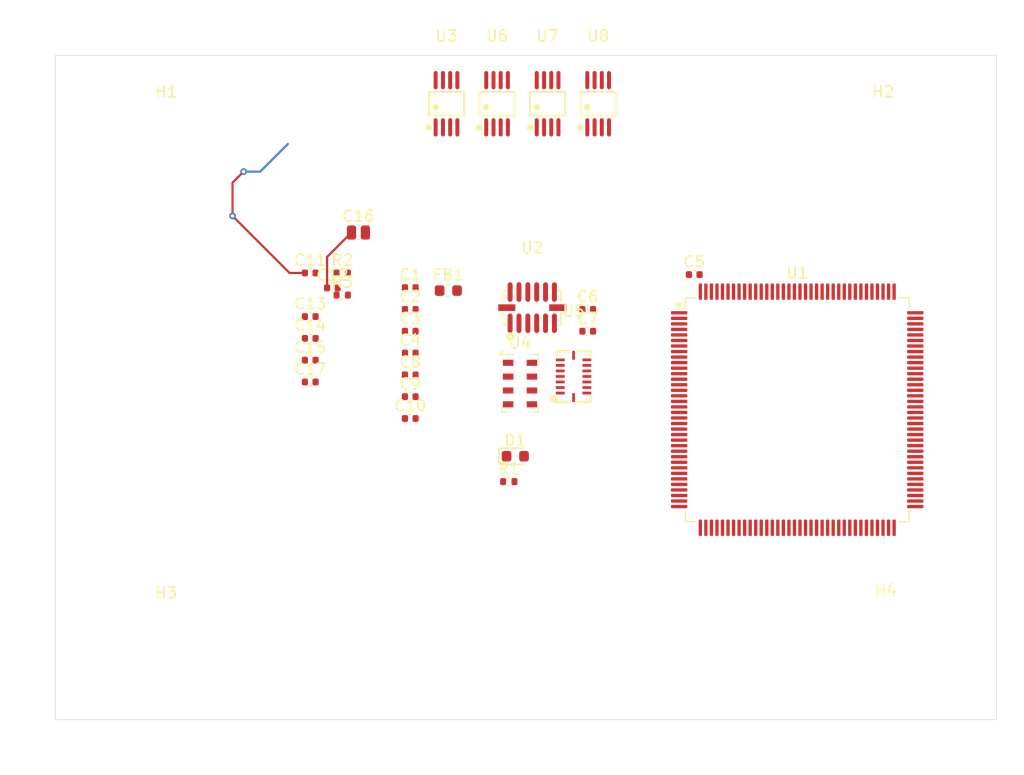
<source format=kicad_pcb>
(kicad_pcb (version 20240108) (generator "pcbnew") (generator_version "8.0")
  (layers (0 "F.Cu" signal) (31 "B.Cu" signal) (34 "B.Paste" user) (35 "F.Paste" user) (36 "B.SilkS" user "B.Silkscreen") (37 "F.SilkS" user "F.Silkscreen") (38 "B.Mask" user) (39 "F.Mask" user) (44 "Edge.Cuts" user))
  (net 0 "")
  (net 1 "+3.3V")
  (net 2 "GND")
  (net 3 "+3.3VA")
  (net 4 "YELLOW_LED")
  (net 5 "Net-(D1-K)")
  (net 7 "VBUS")
  (net 16 "Net-(U2-VS)")
  (net 17 "MS5607_CS")
  (net 18 "MS5607_INT1")
  (net 19 "Net-(U2-VDDI{slash}O)")
  (net 20 "MS5607_SDO")
  (net 21 "Net-(U2-GND-Pad2)")
  (net 23 "MS5607_SDI")
  (net 24 "MS5607_INT2")
  (net 26 "/Sensors/TMP275_SDA")
  (net 28 "/Sensors/TMP275_SCL")
  (net 29 "TMP275_ALERT0")
  (net 30 "MS5607_NSS")
  (net 31 "MS5607_MISO")
  (net 32 "MS5607_SCLK")
  (net 33 "MS5607_MOSI")
  (net 34 "BMI088_MISO")
  (net 35 "Net-(U5-INT1)")
  (net 36 "BMI088_INT")
  (net 37 "BMI088_MOSI")
  (net 38 "BMI088_SCLK")
  (net 39 "BMI088_ACCEL_NSS")
  (net 40 "BMI088_GYRO_CS")
  (net 152 "TMP275_ALERT2")
  (net 153 "TMP275_ALERT1")
  (net 154 "TMP275_ALERT3")
  (footprint "EasyEDA:VSSOP-8_L3.0-W3.0-P0.65-LS5.0-BL" (layer "F.Cu") (at 99.89 66.87)
    (property "Reference" "U6" (at 0 -6.13 0) (layer "F.SilkS"))
    (property "Value" "TMP275AIDGKR VSSOP8")
    (fp_line (start -1.58 -1.07) (end 1.58 -1.07) (stroke (width 0.15)) (layer "F.SilkS"))
    (fp_line (start -1.58 1.07) (end -1.58 -1.07) (stroke (width 0.15)) (layer "F.SilkS"))
    (fp_line (start 1.58 -1.07) (end 1.58 1.07) (stroke (width 0.15)) (layer "F.SilkS"))
    (fp_line (start 1.58 1.07) (end -1.58 1.07) (stroke (width 0.15)) (layer "F.SilkS"))
    (fp_circle (center -1.61 2.13) (end -1.46 2.13) (stroke (width 0.3)) (fill none) (layer "F.SilkS"))
    (fp_circle (center -0.98 0.32) (end -0.83 0.32) (stroke (width 0.3)) (fill none) (layer "F.SilkS"))
    (pad "1" smd oval (at -0.98 2.13) (size 0.36 1.66) (layers "F.Cu" "F.Paste" "F.Mask") (net 26 "/Sensors/TMP275_SDA"))
    (pad "2" smd oval (at -0.32 2.13) (size 0.36 1.66) (layers "F.Cu" "F.Paste" "F.Mask") (net 28 "/Sensors/TMP275_SCL"))
    (pad "3" smd oval (at 0.33 2.13) (size 0.36 1.66) (layers "F.Cu" "F.Paste" "F.Mask") (net 152 "TMP275_ALERT2"))
    (pad "4" smd oval (at 0.98 2.13) (size 0.36 1.66) (layers "F.Cu" "F.Paste" "F.Mask") (net 2 "GND"))
    (pad "5" smd oval (at 0.98 -2.13) (size 0.36 1.66) (layers "F.Cu" "F.Paste" "F.Mask") (net 2 "GND"))
    (pad "6" smd oval (at 0.33 -2.13) (size 0.36 1.66) (layers "F.Cu" "F.Paste" "F.Mask") (net 1 "+3.3V"))
    (pad "7" smd oval (at -0.32 -2.13) (size 0.36 1.66) (layers "F.Cu" "F.Paste" "F.Mask") (net 2 "GND"))
    (pad "8" smd oval (at -0.98 -2.13) (size 0.36 1.66) (layers "F.Cu" "F.Paste" "F.Mask") (net 1 "+3.3V"))
  )
  (footprint "Capacitor_SMD:C_0402_1005Metric" (layer "F.Cu") (at 117.7 82.3)
    (property "Reference" "C5" (at 0 -1.16 0) (layer "F.SilkS"))
    (property "Value" "100nF")
    (fp_line (start -0.107836 -0.36) (end 0.107836 -0.36) (stroke (width 0.12)) (layer "F.SilkS"))
    (fp_line (start -0.107836 0.36) (end 0.107836 0.36) (stroke (width 0.12)) (layer "F.SilkS"))
    (pad "1" smd roundrect (at -0.48 0) (size 0.56 0.62) (layers "F.Cu" "F.Paste" "F.Mask") (net 2 "GND"))
    (pad "2" smd roundrect (at 0.48 0) (size 0.56 0.62) (layers "F.Cu" "F.Paste" "F.Mask") (net 1 "+3.3V"))
  )
  (footprint "Capacitor_SMD:C_0402_1005Metric" (layer "F.Cu") (at 92.05 85.445)
    (property "Reference" "C2" (at 0 -1.16 0) (layer "F.SilkS"))
    (property "Value" "100nF")
    (fp_line (start -0.107836 -0.36) (end 0.107836 -0.36) (stroke (width 0.12)) (layer "F.SilkS"))
    (fp_line (start -0.107836 0.36) (end 0.107836 0.36) (stroke (width 0.12)) (layer "F.SilkS"))
    (pad "1" smd roundrect (at -0.48 0) (size 0.56 0.62) (layers "F.Cu" "F.Paste" "F.Mask") (net 1 "+3.3V"))
    (pad "2" smd roundrect (at 0.48 0) (size 0.56 0.62) (layers "F.Cu" "F.Paste" "F.Mask") (net 2 "GND"))
  )
  (footprint "Capacitor_SMD:C_0402_1005Metric" (layer "F.Cu") (at 83.02 88.06)
    (property "Reference" "C14" (at 0 -1.16 0) (layer "F.SilkS"))
    (property "Value" "100nF")
    (fp_line (start -0.107836 -0.36) (end 0.107836 -0.36) (stroke (width 0.12)) (layer "F.SilkS"))
    (fp_line (start -0.107836 0.36) (end 0.107836 0.36) (stroke (width 0.12)) (layer "F.SilkS"))
    (pad "1" smd roundrect (at -0.48 0) (size 0.56 0.62) (layers "F.Cu" "F.Paste" "F.Mask") (net 1 "+3.3V"))
    (pad "2" smd roundrect (at 0.48 0) (size 0.56 0.62) (layers "F.Cu" "F.Paste" "F.Mask") (net 2 "GND"))
  )
  (footprint "Package_QFP:LQFP-144_20x20mm_P0.5mm" (layer "F.Cu") (at 127 94.5)
    (property "Reference" "U1" (at 0 -12.35 0) (layer "F.SilkS"))
    (property "Value" "STM32H573ZITx")
    (fp_line (start -10.11 -10.11) (end -10.11 -9.16) (stroke (width 0.12)) (layer "F.SilkS"))
    (fp_line (start -10.11 10.11) (end -10.11 9.16) (stroke (width 0.12)) (layer "F.SilkS"))
    (fp_line (start -9.16 -10.11) (end -10.11 -10.11) (stroke (width 0.12)) (layer "F.SilkS"))
    (fp_line (start -9.16 10.11) (end -10.11 10.11) (stroke (width 0.12)) (layer "F.SilkS"))
    (fp_line (start 9.16 -10.11) (end 10.11 -10.11) (stroke (width 0.12)) (layer "F.SilkS"))
    (fp_line (start 9.16 10.11) (end 10.11 10.11) (stroke (width 0.12)) (layer "F.SilkS"))
    (fp_line (start 10.11 -10.11) (end 10.11 -9.16) (stroke (width 0.12)) (layer "F.SilkS"))
    (fp_line (start 10.11 10.11) (end 10.11 9.16) (stroke (width 0.12)) (layer "F.SilkS"))
    (fp_poly (pts (xy -10.7 -9.16) (xy -11.04 -9.63) (xy -10.36 -9.63) (xy -10.7 -9.16)) (stroke (width 0.12)) (fill solid) (layer "F.SilkS"))
    (pad "1" smd roundrect (at -10.6625 -8.75) (size 1.475 0.3) (layers "F.Cu" "F.Paste" "F.Mask"))
    (pad "2" smd roundrect (at -10.6625 -8.25) (size 1.475 0.3) (layers "F.Cu" "F.Paste" "F.Mask"))
    (pad "3" smd roundrect (at -10.6625 -7.75) (size 1.475 0.3) (layers "F.Cu" "F.Paste" "F.Mask"))
    (pad "4" smd roundrect (at -10.6625 -7.25) (size 1.475 0.3) (layers "F.Cu" "F.Paste" "F.Mask"))
    (pad "5" smd roundrect (at -10.6625 -6.75) (size 1.475 0.3) (layers "F.Cu" "F.Paste" "F.Mask"))
    (pad "6" smd roundrect (at -10.6625 -6.25) (size 1.475 0.3) (layers "F.Cu" "F.Paste" "F.Mask"))
    (pad "7" smd roundrect (at -10.6625 -5.75) (size 1.475 0.3) (layers "F.Cu" "F.Paste" "F.Mask"))
    (pad "8" smd roundrect (at -10.6625 -5.25) (size 1.475 0.3) (layers "F.Cu" "F.Paste" "F.Mask"))
    (pad "9" smd roundrect (at -10.6625 -4.75) (size 1.475 0.3) (layers "F.Cu" "F.Paste" "F.Mask"))
    (pad "10" smd roundrect (at -10.6625 -4.25) (size 1.475 0.3) (layers "F.Cu" "F.Paste" "F.Mask"))
    (pad "11" smd roundrect (at -10.6625 -3.75) (size 1.475 0.3) (layers "F.Cu" "F.Paste" "F.Mask"))
    (pad "12" smd roundrect (at -10.6625 -3.25) (size 1.475 0.3) (layers "F.Cu" "F.Paste" "F.Mask"))
    (pad "13" smd roundrect (at -10.6625 -2.75) (size 1.475 0.3) (layers "F.Cu" "F.Paste" "F.Mask"))
    (pad "14" smd roundrect (at -10.6625 -2.25) (size 1.475 0.3) (layers "F.Cu" "F.Paste" "F.Mask"))
    (pad "15" smd roundrect (at -10.6625 -1.75) (size 1.475 0.3) (layers "F.Cu" "F.Paste" "F.Mask"))
    (pad "16" smd roundrect (at -10.6625 -1.25) (size 1.475 0.3) (layers "F.Cu" "F.Paste" "F.Mask") (net 2 "GND"))
    (pad "17" smd roundrect (at -10.6625 -0.75) (size 1.475 0.3) (layers "F.Cu" "F.Paste" "F.Mask") (net 1 "+3.3V"))
    (pad "18" smd roundrect (at -10.6625 -0.25) (size 1.475 0.3) (layers "F.Cu" "F.Paste" "F.Mask"))
    (pad "19" smd roundrect (at -10.6625 0.25) (size 1.475 0.3) (layers "F.Cu" "F.Paste" "F.Mask"))
    (pad "20" smd roundrect (at -10.6625 0.75) (size 1.475 0.3) (layers "F.Cu" "F.Paste" "F.Mask"))
    (pad "21" smd roundrect (at -10.6625 1.25) (size 1.475 0.3) (layers "F.Cu" "F.Paste" "F.Mask"))
    (pad "22" smd roundrect (at -10.6625 1.75) (size 1.475 0.3) (layers "F.Cu" "F.Paste" "F.Mask"))
    (pad "23" smd roundrect (at -10.6625 2.25) (size 1.475 0.3) (layers "F.Cu" "F.Paste" "F.Mask"))
    (pad "24" smd roundrect (at -10.6625 2.75) (size 1.475 0.3) (layers "F.Cu" "F.Paste" "F.Mask"))
    (pad "25" smd roundrect (at -10.6625 3.25) (size 1.475 0.3) (layers "F.Cu" "F.Paste" "F.Mask"))
    (pad "26" smd roundrect (at -10.6625 3.75) (size 1.475 0.3) (layers "F.Cu" "F.Paste" "F.Mask"))
    (pad "27" smd roundrect (at -10.6625 4.25) (size 1.475 0.3) (layers "F.Cu" "F.Paste" "F.Mask"))
    (pad "28" smd roundrect (at -10.6625 4.75) (size 1.475 0.3) (layers "F.Cu" "F.Paste" "F.Mask"))
    (pad "29" smd roundrect (at -10.6625 5.25) (size 1.475 0.3) (layers "F.Cu" "F.Paste" "F.Mask"))
    (pad "30" smd roundrect (at -10.6625 5.75) (size 1.475 0.3) (layers "F.Cu" "F.Paste" "F.Mask") (net 1 "+3.3V"))
    (pad "31" smd roundrect (at -10.6625 6.25) (size 1.475 0.3) (layers "F.Cu" "F.Paste" "F.Mask") (net 2 "GND"))
    (pad "32" smd roundrect (at -10.6625 6.75) (size 1.475 0.3) (layers "F.Cu" "F.Paste" "F.Mask"))
    (pad "33" smd roundrect (at -10.6625 7.25) (size 1.475 0.3) (layers "F.Cu" "F.Paste" "F.Mask") (net 3 "+3.3VA"))
    (pad "34" smd roundrect (at -10.6625 7.75) (size 1.475 0.3) (layers "F.Cu" "F.Paste" "F.Mask"))
    (pad "35" smd roundrect (at -10.6625 8.25) (size 1.475 0.3) (layers "F.Cu" "F.Paste" "F.Mask"))
    (pad "36" smd roundrect (at -10.6625 8.75) (size 1.475 0.3) (layers "F.Cu" "F.Paste" "F.Mask"))
    (pad "37" smd roundrect (at -8.75 10.6625) (size 0.3 1.475) (layers "F.Cu" "F.Paste" "F.Mask"))
    (pad "38" smd roundrect (at -8.25 10.6625) (size 0.3 1.475) (layers "F.Cu" "F.Paste" "F.Mask") (net 2 "GND"))
    (pad "39" smd roundrect (at -7.75 10.6625) (size 0.3 1.475) (layers "F.Cu" "F.Paste" "F.Mask") (net 1 "+3.3V"))
    (pad "40" smd roundrect (at -7.25 10.6625) (size 0.3 1.475) (layers "F.Cu" "F.Paste" "F.Mask"))
    (pad "41" smd roundrect (at -6.75 10.6625) (size 0.3 1.475) (layers "F.Cu" "F.Paste" "F.Mask"))
    (pad "42" smd roundrect (at -6.25 10.6625) (size 0.3 1.475) (layers "F.Cu" "F.Paste" "F.Mask"))
    (pad "43" smd roundrect (at -5.75 10.6625) (size 0.3 1.475) (layers "F.Cu" "F.Paste" "F.Mask"))
    (pad "44" smd roundrect (at -5.25 10.6625) (size 0.3 1.475) (layers "F.Cu" "F.Paste" "F.Mask"))
    (pad "45" smd roundrect (at -4.75 10.6625) (size 0.3 1.475) (layers "F.Cu" "F.Paste" "F.Mask"))
    (pad "46" smd roundrect (at -4.25 10.6625) (size 0.3 1.475) (layers "F.Cu" "F.Paste" "F.Mask"))
    (pad "47" smd roundrect (at -3.75 10.6625) (size 0.3 1.475) (layers "F.Cu" "F.Paste" "F.Mask"))
    (pad "48" smd roundrect (at -3.25 10.6625) (size 0.3 1.475) (layers "F.Cu" "F.Paste" "F.Mask"))
    (pad "49" smd roundrect (at -2.75 10.6625) (size 0.3 1.475) (layers "F.Cu" "F.Paste" "F.Mask"))
    (pad "50" smd roundrect (at -2.25 10.6625) (size 0.3 1.475) (layers "F.Cu" "F.Paste" "F.Mask"))
    (pad "51" smd roundrect (at -1.75 10.6625) (size 0.3 1.475) (layers "F.Cu" "F.Paste" "F.Mask") (net 2 "GND"))
    (pad "52" smd roundrect (at -1.25 10.6625) (size 0.3 1.475) (layers "F.Cu" "F.Paste" "F.Mask") (net 1 "+3.3V"))
    (pad "53" smd roundrect (at -0.75 10.6625) (size 0.3 1.475) (layers "F.Cu" "F.Paste" "F.Mask"))
    (pad "54" smd roundrect (at -0.25 10.6625) (size 0.3 1.475) (layers "F.Cu" "F.Paste" "F.Mask"))
    (pad "55" smd roundrect (at 0.25 10.6625) (size 0.3 1.475) (layers "F.Cu" "F.Paste" "F.Mask"))
    (pad "56" smd roundrect (at 0.75 10.6625) (size 0.3 1.475) (layers "F.Cu" "F.Paste" "F.Mask"))
    (pad "57" smd roundrect (at 1.25 10.6625) (size 0.3 1.475) (layers "F.Cu" "F.Paste" "F.Mask"))
    (pad "58" smd roundrect (at 1.75 10.6625) (size 0.3 1.475) (layers "F.Cu" "F.Paste" "F.Mask"))
    (pad "59" smd roundrect (at 2.25 10.6625) (size 0.3 1.475) (layers "F.Cu" "F.Paste" "F.Mask"))
    (pad "60" smd roundrect (at 2.75 10.6625) (size 0.3 1.475) (layers "F.Cu" "F.Paste" "F.Mask"))
    (pad "61" smd roundrect (at 3.25 10.6625) (size 0.3 1.475) (layers "F.Cu" "F.Paste" "F.Mask") (net 2 "GND"))
    (pad "62" smd roundrect (at 3.75 10.6625) (size 0.3 1.475) (layers "F.Cu" "F.Paste" "F.Mask") (net 1 "+3.3V"))
    (pad "63" smd roundrect (at 4.25 10.6625) (size 0.3 1.475) (layers "F.Cu" "F.Paste" "F.Mask"))
    (pad "64" smd roundrect (at 4.75 10.6625) (size 0.3 1.475) (layers "F.Cu" "F.Paste" "F.Mask"))
    (pad "65" smd roundrect (at 5.25 10.6625) (size 0.3 1.475) (layers "F.Cu" "F.Paste" "F.Mask"))
    (pad "66" smd roundrect (at 5.75 10.6625) (size 0.3 1.475) (layers "F.Cu" "F.Paste" "F.Mask"))
    (pad "67" smd roundrect (at 6.25 10.6625) (size 0.3 1.475) (layers "F.Cu" "F.Paste" "F.Mask"))
    (pad "68" smd roundrect (at 6.75 10.6625) (size 0.3 1.475) (layers "F.Cu" "F.Paste" "F.Mask"))
    (pad "69" smd roundrect (at 7.25 10.6625) (size 0.3 1.475) (layers "F.Cu" "F.Paste" "F.Mask"))
    (pad "70" smd roundrect (at 7.75 10.6625) (size 0.3 1.475) (layers "F.Cu" "F.Paste" "F.Mask"))
    (pad "71" smd roundrect (at 8.25 10.6625) (size 0.3 1.475) (layers "F.Cu" "F.Paste" "F.Mask") (net 2 "GND"))
    (pad "72" smd roundrect (at 8.75 10.6625) (size 0.3 1.475) (layers "F.Cu" "F.Paste" "F.Mask") (net 1 "+3.3V"))
    (pad "73" smd roundrect (at 10.6625 8.75) (size 1.475 0.3) (layers "F.Cu" "F.Paste" "F.Mask"))
    (pad "74" smd roundrect (at 10.6625 8.25) (size 1.475 0.3) (layers "F.Cu" "F.Paste" "F.Mask"))
    (pad "75" smd roundrect (at 10.6625 7.75) (size 1.475 0.3) (layers "F.Cu" "F.Paste" "F.Mask"))
    (pad "76" smd roundrect (at 10.6625 7.25) (size 1.475 0.3) (layers "F.Cu" "F.Paste" "F.Mask"))
    (pad "77" smd roundrect (at 10.6625 6.75) (size 1.475 0.3) (layers "F.Cu" "F.Paste" "F.Mask"))
    (pad "78" smd roundrect (at 10.6625 6.25) (size 1.475 0.3) (layers "F.Cu" "F.Paste" "F.Mask"))
    (pad "79" smd roundrect (at 10.6625 5.75) (size 1.475 0.3) (layers "F.Cu" "F.Paste" "F.Mask"))
    (pad "80" smd roundrect (at 10.6625 5.25) (size 1.475 0.3) (layers "F.Cu" "F.Paste" "F.Mask"))
    (pad "81" smd roundrect (at 10.6625 4.75) (size 1.475 0.3) (layers "F.Cu" "F.Paste" "F.Mask"))
    (pad "82" smd roundrect (at 10.6625 4.25) (size 1.475 0.3) (layers "F.Cu" "F.Paste" "F.Mask"))
    (pad "83" smd roundrect (at 10.6625 3.75) (size 1.475 0.3) (layers "F.Cu" "F.Paste" "F.Mask") (net 2 "GND"))
    (pad "84" smd roundrect (at 10.6625 3.25) (size 1.475 0.3) (layers "F.Cu" "F.Paste" "F.Mask") (net 1 "+3.3V"))
    (pad "85" smd roundrect (at 10.6625 2.75) (size 1.475 0.3) (layers "F.Cu" "F.Paste" "F.Mask"))
    (pad "86" smd roundrect (at 10.6625 2.25) (size 1.475 0.3) (layers "F.Cu" "F.Paste" "F.Mask"))
    (pad "87" smd roundrect (at 10.6625 1.75) (size 1.475 0.3) (layers "F.Cu" "F.Paste" "F.Mask"))
    (pad "88" smd roundrect (at 10.6625 1.25) (size 1.475 0.3) (layers "F.Cu" "F.Paste" "F.Mask"))
    (pad "89" smd roundrect (at 10.6625 0.75) (size 1.475 0.3) (layers "F.Cu" "F.Paste" "F.Mask"))
    (pad "90" smd roundrect (at 10.6625 0.25) (size 1.475 0.3) (layers "F.Cu" "F.Paste" "F.Mask"))
    (pad "91" smd roundrect (at 10.6625 -0.25) (size 1.475 0.3) (layers "F.Cu" "F.Paste" "F.Mask"))
    (pad "92" smd roundrect (at 10.6625 -0.75) (size 1.475 0.3) (layers "F.Cu" "F.Paste" "F.Mask"))
    (pad "93" smd roundrect (at 10.6625 -1.25) (size 1.475 0.3) (layers "F.Cu" "F.Paste" "F.Mask"))
    (pad "94" smd roundrect (at 10.6625 -1.75) (size 1.475 0.3) (layers "F.Cu" "F.Paste" "F.Mask") (net 2 "GND"))
    (pad "95" smd roundrect (at 10.6625 -2.25) (size 1.475 0.3) (layers "F.Cu" "F.Paste" "F.Mask") (net 1 "+3.3V"))
    (pad "96" smd roundrect (at 10.6625 -2.75) (size 1.475 0.3) (layers "F.Cu" "F.Paste" "F.Mask"))
    (pad "97" smd roundrect (at 10.6625 -3.25) (size 1.475 0.3) (layers "F.Cu" "F.Paste" "F.Mask"))
    (pad "98" smd roundrect (at 10.6625 -3.75) (size 1.475 0.3) (layers "F.Cu" "F.Paste" "F.Mask"))
    (pad "99" smd roundrect (at 10.6625 -4.25) (size 1.475 0.3) (layers "F.Cu" "F.Paste" "F.Mask"))
    (pad "100" smd roundrect (at 10.6625 -4.75) (size 1.475 0.3) (layers "F.Cu" "F.Paste" "F.Mask"))
    (pad "101" smd roundrect (at 10.6625 -5.25) (size 1.475 0.3) (layers "F.Cu" "F.Paste" "F.Mask"))
    (pad "102" smd roundrect (at 10.6625 -5.75) (size 1.475 0.3) (layers "F.Cu" "F.Paste" "F.Mask"))
    (pad "103" smd roundrect (at 10.6625 -6.25) (size 1.475 0.3) (layers "F.Cu" "F.Paste" "F.Mask"))
    (pad "104" smd roundrect (at 10.6625 -6.75) (size 1.475 0.3) (layers "F.Cu" "F.Paste" "F.Mask"))
    (pad "105" smd roundrect (at 10.6625 -7.25) (size 1.475 0.3) (layers "F.Cu" "F.Paste" "F.Mask"))
    (pad "106" smd roundrect (at 10.6625 -7.75) (size 1.475 0.3) (layers "F.Cu" "F.Paste" "F.Mask") (net 7 "VBUS"))
    (pad "107" smd roundrect (at 10.6625 -8.25) (size 1.475 0.3) (layers "F.Cu" "F.Paste" "F.Mask") (net 2 "GND"))
    (pad "108" smd roundrect (at 10.6625 -8.75) (size 1.475 0.3) (layers "F.Cu" "F.Paste" "F.Mask") (net 1 "+3.3V"))
    (pad "109" smd roundrect (at 8.75 -10.6625) (size 0.3 1.475) (layers "F.Cu" "F.Paste" "F.Mask"))
    (pad "110" smd roundrect (at 8.25 -10.6625) (size 0.3 1.475) (layers "F.Cu" "F.Paste" "F.Mask"))
    (pad "111" smd roundrect (at 7.75 -10.6625) (size 0.3 1.475) (layers "F.Cu" "F.Paste" "F.Mask"))
    (pad "112" smd roundrect (at 7.25 -10.6625) (size 0.3 1.475) (layers "F.Cu" "F.Paste" "F.Mask"))
    (pad "113" smd roundrect (at 6.75 -10.6625) (size 0.3 1.475) (layers "F.Cu" "F.Paste" "F.Mask"))
    (pad "114" smd roundrect (at 6.25 -10.6625) (size 0.3 1.475) (layers "F.Cu" "F.Paste" "F.Mask"))
    (pad "115" smd roundrect (at 5.75 -10.6625) (size 0.3 1.475) (layers "F.Cu" "F.Paste" "F.Mask"))
    (pad "116" smd roundrect (at 5.25 -10.6625) (size 0.3 1.475) (layers "F.Cu" "F.Paste" "F.Mask"))
    (pad "117" smd roundrect (at 4.75 -10.6625) (size 0.3 1.475) (layers "F.Cu" "F.Paste" "F.Mask"))
    (pad "118" smd roundrect (at 4.25 -10.6625) (size 0.3 1.475) (layers "F.Cu" "F.Paste" "F.Mask"))
    (pad "119" smd roundrect (at 3.75 -10.6625) (size 0.3 1.475) (layers "F.Cu" "F.Paste" "F.Mask"))
    (pad "120" smd roundrect (at 3.25 -10.6625) (size 0.3 1.475) (layers "F.Cu" "F.Paste" "F.Mask") (net 2 "GND"))
    (pad "121" smd roundrect (at 2.75 -10.6625) (size 0.3 1.475) (layers "F.Cu" "F.Paste" "F.Mask"))
    (pad "122" smd roundrect (at 2.25 -10.6625) (size 0.3 1.475) (layers "F.Cu" "F.Paste" "F.Mask"))
    (pad "123" smd roundrect (at 1.75 -10.6625) (size 0.3 1.475) (layers "F.Cu" "F.Paste" "F.Mask"))
    (pad "124" smd roundrect (at 1.25 -10.6625) (size 0.3 1.475) (layers "F.Cu" "F.Paste" "F.Mask"))
    (pad "125" smd roundrect (at 0.75 -10.6625) (size 0.3 1.475) (layers "F.Cu" "F.Paste" "F.Mask"))
    (pad "126" smd roundrect (at 0.25 -10.6625) (size 0.3 1.475) (layers "F.Cu" "F.Paste" "F.Mask"))
    (pad "127" smd roundrect (at -0.25 -10.6625) (size 0.3 1.475) (layers "F.Cu" "F.Paste" "F.Mask"))
    (pad "128" smd roundrect (at -0.75 -10.6625) (size 0.3 1.475) (layers "F.Cu" "F.Paste" "F.Mask"))
    (pad "129" smd roundrect (at -1.25 -10.6625) (size 0.3 1.475) (layers "F.Cu" "F.Paste" "F.Mask"))
    (pad "130" smd roundrect (at -1.75 -10.6625) (size 0.3 1.475) (layers "F.Cu" "F.Paste" "F.Mask") (net 2 "GND"))
    (pad "131" smd roundrect (at -2.25 -10.6625) (size 0.3 1.475) (layers "F.Cu" "F.Paste" "F.Mask") (net 1 "+3.3V"))
    (pad "132" smd roundrect (at -2.75 -10.6625) (size 0.3 1.475) (layers "F.Cu" "F.Paste" "F.Mask"))
    (pad "133" smd roundrect (at -3.25 -10.6625) (size 0.3 1.475) (layers "F.Cu" "F.Paste" "F.Mask"))
    (pad "134" smd roundrect (at -3.75 -10.6625) (size 0.3 1.475) (layers "F.Cu" "F.Paste" "F.Mask"))
    (pad "135" smd roundrect (at -4.25 -10.6625) (size 0.3 1.475) (layers "F.Cu" "F.Paste" "F.Mask"))
    (pad "136" smd roundrect (at -4.75 -10.6625) (size 0.3 1.475) (layers "F.Cu" "F.Paste" "F.Mask"))
    (pad "137" smd roundrect (at -5.25 -10.6625) (size 0.3 1.475) (layers "F.Cu" "F.Paste" "F.Mask"))
    (pad "138" smd roundrect (at -5.75 -10.6625) (size 0.3 1.475) (layers "F.Cu" "F.Paste" "F.Mask"))
    (pad "139" smd roundrect (at -6.25 -10.6625) (size 0.3 1.475) (layers "F.Cu" "F.Paste" "F.Mask"))
    (pad "140" smd roundrect (at -6.75 -10.6625) (size 0.3 1.475) (layers "F.Cu" "F.Paste" "F.Mask"))
    (pad "141" smd roundrect (at -7.25 -10.6625) (size 0.3 1.475) (layers "F.Cu" "F.Paste" "F.Mask"))
    (pad "142" smd roundrect (at -7.75 -10.6625) (size 0.3 1.475) (layers "F.Cu" "F.Paste" "F.Mask"))
    (pad "143" smd roundrect (at -8.25 -10.6625) (size 0.3 1.475) (layers "F.Cu" "F.Paste" "F.Mask") (net 2 "GND"))
    (pad "144" smd roundrect (at -8.75 -10.6625) (size 0.3 1.475) (layers "F.Cu" "F.Paste" "F.Mask") (net 1 "+3.3V"))
  )
  (footprint "Inductor_SMD:L_0603_1608Metric" (layer "F.Cu") (at 95.49 83.745)
    (property "Reference" "FB1" (at 0 -1.43 0) (layer "F.SilkS"))
    (property "Value" "120R")
    (fp_line (start -0.162779 -0.51) (end 0.162779 -0.51) (stroke (width 0.12)) (layer "F.SilkS"))
    (fp_line (start -0.162779 0.51) (end 0.162779 0.51) (stroke (width 0.12)) (layer "F.SilkS"))
    (pad "1" smd roundrect (at -0.7875 0) (size 0.875 0.95) (layers "F.Cu" "F.Paste" "F.Mask") (net 3 "+3.3VA"))
    (pad "2" smd roundrect (at 0.7875 0) (size 0.875 0.95) (layers "F.Cu" "F.Paste" "F.Mask") (net 1 "+3.3V"))
  )
  (footprint "Capacitor_SMD:C_0402_1005Metric" (layer "F.Cu") (at 83.02 92)
    (property "Reference" "C17" (at 0 -1.16 0) (layer "F.SilkS"))
    (property "Value" "100nF")
    (fp_line (start -0.107836 -0.36) (end 0.107836 -0.36) (stroke (width 0.12)) (layer "F.SilkS"))
    (fp_line (start -0.107836 0.36) (end 0.107836 0.36) (stroke (width 0.12)) (layer "F.SilkS"))
    (pad "1" smd roundrect (at -0.48 0) (size 0.56 0.62) (layers "F.Cu" "F.Paste" "F.Mask") (net 2 "GND"))
    (pad "2" smd roundrect (at 0.48 0) (size 0.56 0.62) (layers "F.Cu" "F.Paste" "F.Mask") (net 1 "+3.3V"))
  )
  (footprint "MountingHole:MountingHole_3.2mm_M3" (layer "F.Cu") (at 135 115)
    (property "Reference" "H4" (at 0 -4.2 0) (layer "F.SilkS"))
    (property "Value" "MountingHole")
    (pad "" np_thru_hole circle (at 0 0) (size 3.2 3.2) (drill 3.2) (layers "*.Cu" "*.Mask"))
  )
  (footprint "Resistor_SMD:R_0402_1005Metric" (layer "F.Cu") (at 85.91 82.16)
    (property "Reference" "R2" (at 0 -1.17 0) (layer "F.SilkS"))
    (property "Value" "5k")
    (fp_line (start -0.153641 -0.38) (end 0.153641 -0.38) (stroke (width 0.12)) (layer "F.SilkS"))
    (fp_line (start -0.153641 0.38) (end 0.153641 0.38) (stroke (width 0.12)) (layer "F.SilkS"))
    (pad "1" smd roundrect (at -0.51 0) (size 0.54 0.64) (layers "F.Cu" "F.Paste" "F.Mask") (net 1 "+3.3V"))
    (pad "2" smd roundrect (at 0.51 0) (size 0.54 0.64) (layers "F.Cu" "F.Paste" "F.Mask") (net 26 "/Sensors/TMP275_SDA"))
  )
  (footprint "Package_LGA:LGA-8_3x5mm_P1.25mm" (layer "F.Cu") (at 101.965 92.14)
    (property "Reference" "U4" (at 0 -3.65 0) (layer "F.SilkS"))
    (property "Value" "MS5607-02BA")
    (fp_line (start -1.65 2.6) (end -1.65 2.1) (stroke (width 0.12)) (layer "F.SilkS"))
    (fp_line (start -1.35 -2.6) (end -0.6 -2.6) (stroke (width 0.12)) (layer "F.SilkS"))
    (fp_line (start -1.15 2.6) (end -1.65 2.6) (stroke (width 0.12)) (layer "F.SilkS"))
    (fp_line (start 1.15 -2.6) (end 1.65 -2.6) (stroke (width 0.12)) (layer "F.SilkS"))
    (fp_line (start 1.65 -2.6) (end 1.65 -2.1) (stroke (width 0.12)) (layer "F.SilkS"))
    (fp_line (start 1.65 2.1) (end 1.65 2.6) (stroke (width 0.12)) (layer "F.SilkS"))
    (fp_line (start 1.65 2.6) (end 1.15 2.6) (stroke (width 0.12)) (layer "F.SilkS"))
    (fp_poly (pts (xy -1.55 -2.6) (xy -1.91 -2.6) (xy -1.55 -2.96) (xy -1.55 -2.6)) (stroke (width 0.12)) (fill solid) (layer "F.SilkS"))
    (pad "1" smd rect (at -1.075 -1.875) (size 0.95 0.55) (layers "F.Cu" "F.Paste" "F.Mask") (net 1 "+3.3V"))
    (pad "2" smd rect (at -1.075 -0.625) (size 0.95 0.55) (layers "F.Cu" "F.Paste" "F.Mask") (net 2 "GND"))
    (pad "3" smd rect (at -1.075 0.625) (size 0.95 0.55) (layers "F.Cu" "F.Paste" "F.Mask") (net 2 "GND"))
    (pad "4" smd rect (at -1.075 1.875) (size 0.95 0.55) (layers "F.Cu" "F.Paste" "F.Mask") (net 30 "MS5607_NSS"))
    (pad "5" smd rect (at 1.075 1.875) (size 0.95 0.55) (layers "F.Cu" "F.Paste" "F.Mask") (net 30 "MS5607_NSS"))
    (pad "6" smd rect (at 1.075 0.625) (size 0.95 0.55) (layers "F.Cu" "F.Paste" "F.Mask") (net 31 "MS5607_MISO"))
    (pad "7" smd rect (at 1.075 -0.625) (size 0.95 0.55) (layers "F.Cu" "F.Paste" "F.Mask") (net 33 "MS5607_MOSI"))
    (pad "8" smd rect (at 1.075 -1.875) (size 0.95 0.55) (layers "F.Cu" "F.Paste" "F.Mask") (net 32 "MS5607_SCLK"))
  )
  (footprint "EasyEDA:VSSOP-8_L3.0-W3.0-P0.65-LS5.0-BL" (layer "F.Cu") (at 104.455 66.87)
    (property "Reference" "U7" (at 0 -6.13 0) (layer "F.SilkS"))
    (property "Value" "TMP275AIDGKR VSSOP8")
    (fp_line (start -1.58 -1.07) (end 1.58 -1.07) (stroke (width 0.15)) (layer "F.SilkS"))
    (fp_line (start -1.58 1.07) (end -1.58 -1.07) (stroke (width 0.15)) (layer "F.SilkS"))
    (fp_line (start 1.58 -1.07) (end 1.58 1.07) (stroke (width 0.15)) (layer "F.SilkS"))
    (fp_line (start 1.58 1.07) (end -1.58 1.07) (stroke (width 0.15)) (layer "F.SilkS"))
    (fp_circle (center -1.61 2.13) (end -1.46 2.13) (stroke (width 0.3)) (fill none) (layer "F.SilkS"))
    (fp_circle (center -0.98 0.32) (end -0.83 0.32) (stroke (width 0.3)) (fill none) (layer "F.SilkS"))
    (pad "1" smd oval (at -0.98 2.13) (size 0.36 1.66) (layers "F.Cu" "F.Paste" "F.Mask") (net 26 "/Sensors/TMP275_SDA"))
    (pad "2" smd oval (at -0.32 2.13) (size 0.36 1.66) (layers "F.Cu" "F.Paste" "F.Mask") (net 28 "/Sensors/TMP275_SCL"))
    (pad "3" smd oval (at 0.33 2.13) (size 0.36 1.66) (layers "F.Cu" "F.Paste" "F.Mask") (net 153 "TMP275_ALERT1"))
    (pad "4" smd oval (at 0.98 2.13) (size 0.36 1.66) (layers "F.Cu" "F.Paste" "F.Mask") (net 2 "GND"))
    (pad "5" smd oval (at 0.98 -2.13) (size 0.36 1.66) (layers "F.Cu" "F.Paste" "F.Mask") (net 2 "GND"))
    (pad "6" smd oval (at 0.33 -2.13) (size 0.36 1.66) (layers "F.Cu" "F.Paste" "F.Mask") (net 2 "GND"))
    (pad "7" smd oval (at -0.32 -2.13) (size 0.36 1.66) (layers "F.Cu" "F.Paste" "F.Mask") (net 1 "+3.3V"))
    (pad "8" smd oval (at -0.98 -2.13) (size 0.36 1.66) (layers "F.Cu" "F.Paste" "F.Mask") (net 1 "+3.3V"))
  )
  (footprint "Capacitor_SMD:C_0402_1005Metric" (layer "F.Cu") (at 92.05 83.475)
    (property "Reference" "C1" (at 0 -1.16 0) (layer "F.SilkS"))
    (property "Value" "100nF")
    (fp_line (start -0.107836 -0.36) (end 0.107836 -0.36) (stroke (width 0.12)) (layer "F.SilkS"))
    (fp_line (start -0.107836 0.36) (end 0.107836 0.36) (stroke (width 0.12)) (layer "F.SilkS"))
    (pad "1" smd roundrect (at -0.48 0) (size 0.56 0.62) (layers "F.Cu" "F.Paste" "F.Mask") (net 1 "+3.3V"))
    (pad "2" smd roundrect (at 0.48 0) (size 0.56 0.62) (layers "F.Cu" "F.Paste" "F.Mask") (net 2 "GND"))
  )
  (footprint "Capacitor_SMD:C_0402_1005Metric" (layer "F.Cu") (at 92.05 93.325)
    (property "Reference" "C9" (at 0 -1.16 0) (layer "F.SilkS"))
    (property "Value" "10n")
    (fp_line (start -0.107836 -0.36) (end 0.107836 -0.36) (stroke (width 0.12)) (layer "F.SilkS"))
    (fp_line (start -0.107836 0.36) (end 0.107836 0.36) (stroke (width 0.12)) (layer "F.SilkS"))
    (pad "1" smd roundrect (at -0.48 0) (size 0.56 0.62) (layers "F.Cu" "F.Paste" "F.Mask") (net 3 "+3.3VA"))
    (pad "2" smd roundrect (at 0.48 0) (size 0.56 0.62) (layers "F.Cu" "F.Paste" "F.Mask") (net 2 "GND"))
  )
  (footprint "Capacitor_SMD:C_0402_1005Metric" (layer "F.Cu") (at 108.08 87.415)
    (property "Reference" "C7" (at 0 -1.16 0) (layer "F.SilkS"))
    (property "Value" "100nF")
    (fp_line (start -0.107836 -0.36) (end 0.107836 -0.36) (stroke (width 0.12)) (layer "F.SilkS"))
    (fp_line (start -0.107836 0.36) (end 0.107836 0.36) (stroke (width 0.12)) (layer "F.SilkS"))
    (pad "1" smd roundrect (at -0.48 0) (size 0.56 0.62) (layers "F.Cu" "F.Paste" "F.Mask") (net 1 "+3.3V"))
    (pad "2" smd roundrect (at 0.48 0) (size 0.56 0.62) (layers "F.Cu" "F.Paste" "F.Mask") (net 2 "GND"))
  )
  (footprint "Capacitor_SMD:C_0402_1005Metric" (layer "F.Cu") (at 108.08 85.445)
    (property "Reference" "C6" (at 0 -1.16 0) (layer "F.SilkS"))
    (property "Value" "100nF")
    (fp_line (start -0.107836 -0.36) (end 0.107836 -0.36) (stroke (width 0.12)) (layer "F.SilkS"))
    (fp_line (start -0.107836 0.36) (end 0.107836 0.36) (stroke (width 0.12)) (layer "F.SilkS"))
    (pad "1" smd roundrect (at -0.48 0) (size 0.56 0.62) (layers "F.Cu" "F.Paste" "F.Mask") (net 1 "+3.3V"))
    (pad "2" smd roundrect (at 0.48 0) (size 0.56 0.62) (layers "F.Cu" "F.Paste" "F.Mask") (net 2 "GND"))
  )
  (footprint "Capacitor_SMD:C_0402_1005Metric" (layer "F.Cu") (at 83.02 90.03)
    (property "Reference" "C15" (at 0 -1.16 0) (layer "F.SilkS"))
    (property "Value" "100nF")
    (fp_line (start -0.107836 -0.36) (end 0.107836 -0.36) (stroke (width 0.12)) (layer "F.SilkS"))
    (fp_line (start -0.107836 0.36) (end 0.107836 0.36) (stroke (width 0.12)) (layer "F.SilkS"))
    (pad "1" smd roundrect (at -0.48 0) (size 0.56 0.62) (layers "F.Cu" "F.Paste" "F.Mask") (net 1 "+3.3V"))
    (pad "2" smd roundrect (at 0.48 0) (size 0.56 0.62) (layers "F.Cu" "F.Paste" "F.Mask") (net 2 "GND"))
  )
  (footprint "Resistor_SMD:R_0402_1005Metric" (layer "F.Cu") (at 100.95 100.995)
    (property "Reference" "R1" (at 0 -1.17 0) (layer "F.SilkS"))
    (property "Value" "1K0R")
    (fp_line (start -0.153641 -0.38) (end 0.153641 -0.38) (stroke (width 0.12)) (layer "F.SilkS"))
    (fp_line (start -0.153641 0.38) (end 0.153641 0.38) (stroke (width 0.12)) (layer "F.SilkS"))
    (pad "1" smd roundrect (at -0.51 0) (size 0.54 0.64) (layers "F.Cu" "F.Paste" "F.Mask") (net 5 "Net-(D1-K)"))
    (pad "2" smd roundrect (at 0.51 0) (size 0.54 0.64) (layers "F.Cu" "F.Paste" "F.Mask") (net 2 "GND"))
  )
  (footprint "Capacitor_SMD:C_0402_1005Metric" (layer "F.Cu") (at 85.02 83.5)
    (property "Reference" "C12" (at 0 -1.16 0) (layer "F.SilkS"))
    (property "Value" "100nF")
    (fp_line (start -0.107836 -0.36) (end 0.107836 -0.36) (stroke (width 0.12)) (layer "F.SilkS"))
    (fp_line (start -0.107836 0.36) (end 0.107836 0.36) (stroke (width 0.12)) (layer "F.SilkS"))
    (pad "1" smd roundrect (at -0.48 0) (size 0.56 0.62) (layers "F.Cu" "F.Paste" "F.Mask") (net 2 "GND"))
    (pad "2" smd roundrect (at 0.48 0) (size 0.56 0.62) (layers "F.Cu" "F.Paste" "F.Mask") (net 16 "Net-(U2-VS)"))
  )
  (footprint "Capacitor_SMD:C_0402_1005Metric" (layer "F.Cu") (at 92.05 89.385)
    (property "Reference" "C4" (at 0 -1.16 0) (layer "F.SilkS"))
    (property "Value" "100nF")
    (fp_line (start -0.107836 -0.36) (end 0.107836 -0.36) (stroke (width 0.12)) (layer "F.SilkS"))
    (fp_line (start -0.107836 0.36) (end 0.107836 0.36) (stroke (width 0.12)) (layer "F.SilkS"))
    (pad "1" smd roundrect (at -0.48 0) (size 0.56 0.62) (layers "F.Cu" "F.Paste" "F.Mask") (net 1 "+3.3V"))
    (pad "2" smd roundrect (at 0.48 0) (size 0.56 0.62) (layers "F.Cu" "F.Paste" "F.Mask") (net 2 "GND"))
  )
  (footprint "Capacitor_SMD:C_0402_1005Metric" (layer "F.Cu") (at 83.02 86.09)
    (property "Reference" "C13" (at 0 -1.16 0) (layer "F.SilkS"))
    (property "Value" "10uF")
    (fp_line (start -0.107836 -0.36) (end 0.107836 -0.36) (stroke (width 0.12)) (layer "F.SilkS"))
    (fp_line (start -0.107836 0.36) (end 0.107836 0.36) (stroke (width 0.12)) (layer "F.SilkS"))
    (pad "1" smd roundrect (at -0.48 0) (size 0.56 0.62) (layers "F.Cu" "F.Paste" "F.Mask") (net 2 "GND"))
    (pad "2" smd roundrect (at 0.48 0) (size 0.56 0.62) (layers "F.Cu" "F.Paste" "F.Mask") (net 16 "Net-(U2-VS)"))
  )
  (footprint "Resistor_SMD:R_0402_1005Metric" (layer "F.Cu") (at 85.91 84.15)
    (property "Reference" "R3" (at 0 -1.17 0) (layer "F.SilkS"))
    (property "Value" "5k")
    (fp_line (start -0.153641 -0.38) (end 0.153641 -0.38) (stroke (width 0.12)) (layer "F.SilkS"))
    (fp_line (start -0.153641 0.38) (end 0.153641 0.38) (stroke (width 0.12)) (layer "F.SilkS"))
    (pad "1" smd roundrect (at -0.51 0) (size 0.54 0.64) (layers "F.Cu" "F.Paste" "F.Mask") (net 1 "+3.3V"))
    (pad "2" smd roundrect (at 0.51 0) (size 0.54 0.64) (layers "F.Cu" "F.Paste" "F.Mask") (net 28 "/Sensors/TMP275_SCL"))
  )
  (footprint "MountingHole:MountingHole_3.2mm_M3" (layer "F.Cu") (at 70 70)
    (property "Reference" "H1" (at 0 -4.2 0) (layer "F.SilkS"))
    (property "Value" "MountingHole")
    (pad "" np_thru_hole circle (at 0 0) (size 3.2 3.2) (drill 3.2) (layers "*.Cu" "*.Mask"))
  )
  (footprint "Capacitor_SMD:C_0402_1005Metric" (layer "F.Cu") (at 92.05 87.415)
    (property "Reference" "C3" (at 0 -1.16 0) (layer "F.SilkS"))
    (property "Value" "100nF")
    (fp_line (start -0.107836 -0.36) (end 0.107836 -0.36) (stroke (width 0.12)) (layer "F.SilkS"))
    (fp_line (start -0.107836 0.36) (end 0.107836 0.36) (stroke (width 0.12)) (layer "F.SilkS"))
    (pad "1" smd roundrect (at -0.48 0) (size 0.56 0.62) (layers "F.Cu" "F.Paste" "F.Mask") (net 1 "+3.3V"))
    (pad "2" smd roundrect (at 0.48 0) (size 0.56 0.62) (layers "F.Cu" "F.Paste" "F.Mask") (net 2 "GND"))
  )
  (footprint "MountingHole:MountingHole_3.2mm_M3" (layer "F.Cu") (at 134.75 70)
    (property "Reference" "H2" (at 0 -4.2 0) (layer "F.SilkS"))
    (property "Value" "MountingHole")
    (pad "" np_thru_hole circle (at 0 0) (size 3.2 3.2) (drill 3.2) (layers "*.Cu" "*.Mask"))
  )
  (footprint "EasyEDA:LGA-16_L4.5-W3.0-P0.50-BL" (layer "F.Cu") (at 106.8 91.5)
    (property "Reference" "U5" (at 0 -5.91 0) (layer "F.SilkS"))
    (property "Value" "BMI088")
    (fp_line (start -1.53 -2.28) (end -0.38 -2.28) (stroke (width 0.2)) (layer "F.SilkS"))
    (fp_line (start -1.53 -2.16) (end -1.53 -2.28) (stroke (width 0.2)) (layer "F.SilkS"))
    (fp_line (start -1.53 -1.83) (end -1.53 -2.16) (stroke (width 0.2)) (layer "F.SilkS"))
    (fp_line (start -1.53 2.29) (end -1.53 1.83) (stroke (width 0.2)) (layer "F.SilkS"))
    (fp_line (start -0.33 2.29) (end -1.53 2.29) (stroke (width 0.2)) (layer "F.SilkS"))
    (fp_line (start 0.38 -2.28) (end 1.52 -2.28) (stroke (width 0.2)) (layer "F.SilkS"))
    (fp_line (start 1.52 -2.28) (end 1.52 -1.83) (stroke (width 0.2)) (layer "F.SilkS"))
    (fp_line (start 1.52 1.83) (end 1.52 2.29) (stroke (width 0.2)) (layer "F.SilkS"))
    (fp_line (start 1.52 2.29) (end 0.33 2.29) (stroke (width 0.2)) (layer "F.SilkS"))
    (fp_circle (center -1.78 2.03) (end -1.67 2.03) (stroke (width 0.25)) (fill none) (layer "F.SilkS"))
    (pad "1" smd rect (at -1.2 1.5 90) (size 0.25 0.8) (layers "F.Cu" "F.Paste" "F.Mask") (net 36 "BMI088_INT"))
    (pad "2" smd rect (at -1.2 1 90) (size 0.25 0.8) (layers "F.Cu" "F.Paste" "F.Mask") (net 2 "GND"))
    (pad "3" smd rect (at -1.2 0.5 90) (size 0.25 0.8) (layers "F.Cu" "F.Paste" "F.Mask") (net 1 "+3.3V"))
    (pad "4" smd rect (at -1.2 0 90) (size 0.25 0.8) (layers "F.Cu" "F.Paste" "F.Mask") (net 2 "GND"))
    (pad "5" smd rect (at -1.2 -0.5 90) (size 0.25 0.8) (layers "F.Cu" "F.Paste" "F.Mask") (net 40 "BMI088_GYRO_CS"))
    (pad "6" smd rect (at -1.2 -1 90) (size 0.25 0.8) (layers "F.Cu" "F.Paste" "F.Mask") (net 2 "GND"))
    (pad "7" smd rect (at -1.2 -1.5 90) (size 0.25 0.8) (layers "F.Cu" "F.Paste" "F.Mask") (net 2 "GND"))
    (pad "8" smd rect (at 0 -1.91 180) (size 0.25 0.8) (layers "F.Cu" "F.Paste" "F.Mask") (net 38 "BMI088_SCLK"))
    (pad "9" smd rect (at 1.2 -1.5 270) (size 0.25 0.8) (layers "F.Cu" "F.Paste" "F.Mask") (net 37 "BMI088_MOSI"))
    (pad "10" smd rect (at 1.2 -1 270) (size 0.25 0.8) (layers "F.Cu" "F.Paste" "F.Mask") (net 34 "BMI088_MISO"))
    (pad "11" smd rect (at 1.2 -0.5 270) (size 0.25 0.8) (layers "F.Cu" "F.Paste" "F.Mask") (net 1 "+3.3V"))
    (pad "12" smd rect (at 1.2 0 270) (size 0.25 0.8) (layers "F.Cu" "F.Paste" "F.Mask") (net 35 "Net-(U5-INT1)"))
    (pad "13" smd rect (at 1.2 0.5 270) (size 0.25 0.8) (layers "F.Cu" "F.Paste" "F.Mask"))
    (pad "14" smd rect (at 1.2 1 270) (size 0.25 0.8) (layers "F.Cu" "F.Paste" "F.Mask") (net 39 "BMI088_ACCEL_NSS"))
    (pad "15" smd rect (at 1.2 1.5 270) (size 0.25 0.8) (layers "F.Cu" "F.Paste" "F.Mask") (net 34 "BMI088_MISO"))
    (pad "16" smd rect (at 0 1.91) (size 0.25 0.8) (layers "F.Cu" "F.Paste" "F.Mask") (net 35 "Net-(U5-INT1)"))
  )
  (footprint "EasyEDA:LGA-14_L5.0-W3.0-P0.80-BL" (layer "F.Cu") (at 103.07 85.285)
    (property "Reference" "U2" (at 0 -5.41 0) (layer "F.SilkS"))
    (property "Value" "ADXL375BCCZ-RL7")
    (fp_line (start -2.58 -1.58) (end -2.41 -1.58) (stroke (width 0.15)) (layer "F.SilkS"))
    (fp_line (start -2.58 -0.54) (end -2.58 -1.58) (stroke (width 0.15)) (layer "F.SilkS"))
    (fp_line (start -2.58 0.54) (end -2.58 1.58) (stroke (width 0.15)) (layer "F.SilkS"))
    (fp_line (start -2.58 1.58) (end -2.41 1.58) (stroke (width 0.15)) (layer "F.SilkS"))
    (fp_line (start 2.58 -1.58) (end 2.41 -1.58) (stroke (width 0.15)) (layer "F.SilkS"))
    (fp_line (start 2.58 -0.54) (end 2.58 -1.58) (stroke (width 0.15)) (layer "F.SilkS"))
    (fp_line (start 2.58 0.54) (end 2.58 1.58) (stroke (width 0.15)) (layer "F.SilkS"))
    (fp_line (start 2.58 1.58) (end 2.41 1.58) (stroke (width 0.15)) (layer "F.SilkS"))
    (fp_circle (center -2 2.59) (end -1.88 2.59) (stroke (width 0.25)) (fill none) (layer "F.SilkS"))
    (pad "1" smd oval (at -2 1.41) (size 0.45 1.77) (layers "F.Cu" "F.Paste" "F.Mask") (net 19 "Net-(U2-VDDI{slash}O)"))
    (pad "2" smd oval (at -1.2 1.41) (size 0.45 1.77) (layers "F.Cu" "F.Paste" "F.Mask") (net 21 "Net-(U2-GND-Pad2)"))
    (pad "3" smd oval (at -0.4 1.41) (size 0.45 1.77) (layers "F.Cu" "F.Paste" "F.Mask"))
    (pad "4" smd oval (at 0.4 1.41) (size 0.45 1.77) (layers "F.Cu" "F.Paste" "F.Mask") (net 2 "GND"))
    (pad "5" smd oval (at 1.2 1.41) (size 0.45 1.77) (layers "F.Cu" "F.Paste" "F.Mask") (net 21 "Net-(U2-GND-Pad2)"))
    (pad "6" smd oval (at 2 1.41) (size 0.45 1.77) (layers "F.Cu" "F.Paste" "F.Mask") (net 16 "Net-(U2-VS)"))
    (pad "7" smd rect (at 2.3 0) (size 1.55 0.6) (layers "F.Cu" "F.Paste" "F.Mask") (net 17 "MS5607_CS"))
    (pad "8" smd oval (at 2 -1.41) (size 0.45 1.77) (layers "F.Cu" "F.Paste" "F.Mask") (net 18 "MS5607_INT1"))
    (pad "9" smd oval (at 1.2 -1.41) (size 0.45 1.77) (layers "F.Cu" "F.Paste" "F.Mask") (net 24 "MS5607_INT2"))
    (pad "10" smd oval (at 0.4 -1.41) (size 0.45 1.77) (layers "F.Cu" "F.Paste" "F.Mask"))
    (pad "11" smd oval (at -0.4 -1.41) (size 0.45 1.77) (layers "F.Cu" "F.Paste" "F.Mask"))
    (pad "12" smd oval (at -1.2 -1.41) (size 0.45 1.77) (layers "F.Cu" "F.Paste" "F.Mask") (net 20 "MS5607_SDO"))
    (pad "13" smd oval (at -2 -1.41) (size 0.45 1.77) (layers "F.Cu" "F.Paste" "F.Mask") (net 23 "MS5607_SDI"))
    (pad "14" smd rect (at -2.3 0) (size 1.55 0.6) (layers "F.Cu" "F.Paste" "F.Mask") (net 32 "MS5607_SCLK"))
  )
  (footprint "MountingHole:MountingHole_3.2mm_M3" (layer "F.Cu") (at 70 115.25)
    (property "Reference" "H3" (at 0 -4.2 0) (layer "F.SilkS"))
    (property "Value" "MountingHole")
    (pad "" np_thru_hole circle (at 0 0) (size 3.2 3.2) (drill 3.2) (layers "*.Cu" "*.Mask"))
  )
  (footprint "Capacitor_SMD:C_0504_1310Metric_Pad0.83x1.28mm_HandSolder" (layer "F.Cu") (at 87.3725 78.5)
    (property "Reference" "C16" (at 0 -1.49 0) (layer "F.SilkS"))
    (property "Value" "100nF")
    (fp_line (start -0.101969 -0.62) (end 0.101969 -0.62) (stroke (width 0.12)) (layer "F.SilkS"))
    (fp_line (start -0.101969 0.62) (end 0.101969 0.62) (stroke (width 0.12)) (layer "F.SilkS"))
    (pad "1" smd roundrect (at -0.6275 0) (size 0.835 1.28) (layers "F.Cu" "F.Paste" "F.Mask") (net 2 "GND"))
    (pad "2" smd roundrect (at 0.6275 0) (size 0.835 1.28) (layers "F.Cu" "F.Paste" "F.Mask") (net 1 "+3.3V"))
  )
  (footprint "Capacitor_SMD:C_0402_1005Metric" (layer "F.Cu") (at 92.05 91.355)
    (property "Reference" "C8" (at 0 -1.16 0) (layer "F.SilkS"))
    (property "Value" "100n")
    (fp_line (start -0.107836 -0.36) (end 0.107836 -0.36) (stroke (width 0.12)) (layer "F.SilkS"))
    (fp_line (start -0.107836 0.36) (end 0.107836 0.36) (stroke (width 0.12)) (layer "F.SilkS"))
    (pad "1" smd roundrect (at -0.48 0) (size 0.56 0.62) (layers "F.Cu" "F.Paste" "F.Mask") (net 3 "+3.3VA"))
    (pad "2" smd roundrect (at 0.48 0) (size 0.56 0.62) (layers "F.Cu" "F.Paste" "F.Mask") (net 2 "GND"))
  )
  (footprint "EasyEDA:VSSOP-8_L3.0-W3.0-P0.65-LS5.0-BL" (layer "F.Cu") (at 95.325 66.87)
    (property "Reference" "U3" (at 0 -6.13 0) (layer "F.SilkS"))
    (property "Value" "TMP275AIDGKR VSSOP8")
    (fp_line (start -1.58 -1.07) (end 1.58 -1.07) (stroke (width 0.15)) (layer "F.SilkS"))
    (fp_line (start -1.58 1.07) (end -1.58 -1.07) (stroke (width 0.15)) (layer "F.SilkS"))
    (fp_line (start 1.58 -1.07) (end 1.58 1.07) (stroke (width 0.15)) (layer "F.SilkS"))
    (fp_line (start 1.58 1.07) (end -1.58 1.07) (stroke (width 0.15)) (layer "F.SilkS"))
    (fp_circle (center -1.61 2.13) (end -1.46 2.13) (stroke (width 0.3)) (fill none) (layer "F.SilkS"))
    (fp_circle (center -0.98 0.32) (end -0.83 0.32) (stroke (width 0.3)) (fill none) (layer "F.SilkS"))
    (pad "1" smd oval (at -0.98 2.13) (size 0.36 1.66) (layers "F.Cu" "F.Paste" "F.Mask") (net 26 "/Sensors/TMP275_SDA"))
    (pad "2" smd oval (at -0.32 2.13) (size 0.36 1.66) (layers "F.Cu" "F.Paste" "F.Mask") (net 28 "/Sensors/TMP275_SCL"))
    (pad "3" smd oval (at 0.33 2.13) (size 0.36 1.66) (layers "F.Cu" "F.Paste" "F.Mask") (net 29 "TMP275_ALERT0"))
    (pad "4" smd oval (at 0.98 2.13) (size 0.36 1.66) (layers "F.Cu" "F.Paste" "F.Mask") (net 2 "GND"))
    (pad "5" smd oval (at 0.98 -2.13) (size 0.36 1.66) (layers "F.Cu" "F.Paste" "F.Mask") (net 2 "GND"))
    (pad "6" smd oval (at 0.33 -2.13) (size 0.36 1.66) (layers "F.Cu" "F.Paste" "F.Mask") (net 2 "GND"))
    (pad "7" smd oval (at -0.32 -2.13) (size 0.36 1.66) (layers "F.Cu" "F.Paste" "F.Mask") (net 2 "GND"))
    (pad "8" smd oval (at -0.98 -2.13) (size 0.36 1.66) (layers "F.Cu" "F.Paste" "F.Mask") (net 1 "+3.3V"))
  )
  (footprint "Capacitor_SMD:C_0402_1005Metric" (layer "F.Cu") (at 83.02 82.15)
    (property "Reference" "C11" (at 0 -1.16 0) (layer "F.SilkS"))
    (property "Value" "100nF")
    (fp_line (start -0.107836 -0.36) (end 0.107836 -0.36) (stroke (width 0.12)) (layer "F.SilkS"))
    (fp_line (start -0.107836 0.36) (end 0.107836 0.36) (stroke (width 0.12)) (layer "F.SilkS"))
    (pad "1" smd roundrect (at -0.48 0) (size 0.56 0.62) (layers "F.Cu" "F.Paste" "F.Mask") (net 19 "Net-(U2-VDDI{slash}O)"))
    (pad "2" smd roundrect (at 0.48 0) (size 0.56 0.62) (layers "F.Cu" "F.Paste" "F.Mask") (net 2 "GND"))
  )
  (footprint "EasyEDA:VSSOP-8_L3.0-W3.0-P0.65-LS5.0-BL" (layer "F.Cu") (at 109.02 66.87)
    (property "Reference" "U8" (at 0 -6.13 0) (layer "F.SilkS"))
    (property "Value" "TMP275AIDGKR VSSOP8")
    (fp_line (start -1.58 -1.07) (end 1.58 -1.07) (stroke (width 0.15)) (layer "F.SilkS"))
    (fp_line (start -1.58 1.07) (end -1.58 -1.07) (stroke (width 0.15)) (layer "F.SilkS"))
    (fp_line (start 1.58 -1.07) (end 1.58 1.07) (stroke (width 0.15)) (layer "F.SilkS"))
    (fp_line (start 1.58 1.07) (end -1.58 1.07) (stroke (width 0.15)) (layer "F.SilkS"))
    (fp_circle (center -1.61 2.13) (end -1.46 2.13) (stroke (width 0.3)) (fill none) (layer "F.SilkS"))
    (fp_circle (center -0.98 0.32) (end -0.83 0.32) (stroke (width 0.3)) (fill none) (layer "F.SilkS"))
    (pad "1" smd oval (at -0.98 2.13) (size 0.36 1.66) (layers "F.Cu" "F.Paste" "F.Mask") (net 26 "/Sensors/TMP275_SDA"))
    (pad "2" smd oval (at -0.32 2.13) (size 0.36 1.66) (layers "F.Cu" "F.Paste" "F.Mask") (net 28 "/Sensors/TMP275_SCL"))
    (pad "3" smd oval (at 0.33 2.13) (size 0.36 1.66) (layers "F.Cu" "F.Paste" "F.Mask") (net 154 "TMP275_ALERT3"))
    (pad "4" smd oval (at 0.98 2.13) (size 0.36 1.66) (layers "F.Cu" "F.Paste" "F.Mask") (net 2 "GND"))
    (pad "5" smd oval (at 0.98 -2.13) (size 0.36 1.66) (layers "F.Cu" "F.Paste" "F.Mask") (net 2 "GND"))
    (pad "6" smd oval (at 0.33 -2.13) (size 0.36 1.66) (layers "F.Cu" "F.Paste" "F.Mask") (net 1 "+3.3V"))
    (pad "7" smd oval (at -0.32 -2.13) (size 0.36 1.66) (layers "F.Cu" "F.Paste" "F.Mask") (net 1 "+3.3V"))
    (pad "8" smd oval (at -0.98 -2.13) (size 0.36 1.66) (layers "F.Cu" "F.Paste" "F.Mask") (net 1 "+3.3V"))
  )
  (footprint "Capacitor_SMD:C_0402_1005Metric" (layer "F.Cu") (at 92.05 95.295)
    (property "Reference" "C10" (at 0 -1.16 0) (layer "F.SilkS"))
    (property "Value" "10n")
    (fp_line (start -0.107836 -0.36) (end 0.107836 -0.36) (stroke (width 0.12)) (layer "F.SilkS"))
    (fp_line (start -0.107836 0.36) (end 0.107836 0.36) (stroke (width 0.12)) (layer "F.SilkS"))
    (pad "1" smd roundrect (at -0.48 0) (size 0.56 0.62) (layers "F.Cu" "F.Paste" "F.Mask") (net 1 "+3.3V"))
    (pad "2" smd roundrect (at 0.48 0) (size 0.56 0.62) (layers "F.Cu" "F.Paste" "F.Mask") (net 2 "GND"))
  )
  (footprint "LED_SMD:LED_0603_1608Metric" (layer "F.Cu") (at 101.54 98.705)
    (property "Reference" "D1" (at 0 -1.43 0) (layer "F.SilkS"))
    (property "Value" "LED Yellow")
    (fp_line (start -1.485 -0.735) (end -1.485 0.735) (stroke (width 0.12)) (layer "F.SilkS"))
    (fp_line (start -1.485 0.735) (end 0.8 0.735) (stroke (width 0.12)) (layer "F.SilkS"))
    (fp_line (start 0.8 -0.735) (end -1.485 -0.735) (stroke (width 0.12)) (layer "F.SilkS"))
    (pad "1" smd roundrect (at -0.7875 0) (size 0.875 0.95) (layers "F.Cu" "F.Paste" "F.Mask") (net 5 "Net-(D1-K)"))
    (pad "2" smd roundrect (at 0.7875 0) (size 0.875 0.95) (layers "F.Cu" "F.Paste" "F.Mask") (net 4 "YELLOW_LED"))
  )
  (gr_rect (start 60 62.5) (end 145 122.5) (stroke (width 0.05)) (fill none) (layer "Edge.Cuts"))
  (segment (start 84.54 80.705) (end 86.745 78.5) (width 0.2) (layer "F.Cu") (net 2))
  (segment (start 84.54 83.5) (end 84.54 80.705) (width 0.2) (layer "F.Cu") (net 2))
  (segment (start 76 77) (end 76 74) (width 0.2) (layer "F.Cu") (net 19))
  (segment (start 76 74) (end 77 73) (width 0.2) (layer "F.Cu") (net 19))
  (segment (start 82.54 82.15) (end 81.15 82.15) (width 0.2) (layer "F.Cu") (net 19))
  (segment (start 81.15 82.15) (end 76 77) (width 0.2) (layer "F.Cu") (net 19))
  (via (at 77 73) (size 0.6) (drill 0.3) (layers "F.Cu" "B.Cu") (net 19))
  (via (at 76 77) (size 0.6) (drill 0.3) (layers "F.Cu" "B.Cu") (net 19))
  (segment (start 77 73) (end 78.5 73) (width 0.2) (layer "B.Cu") (net 19))
  (segment (start 78.5 73) (end 81 70.5) (width 0.2) (layer "B.Cu") (net 19))
)
</source>
